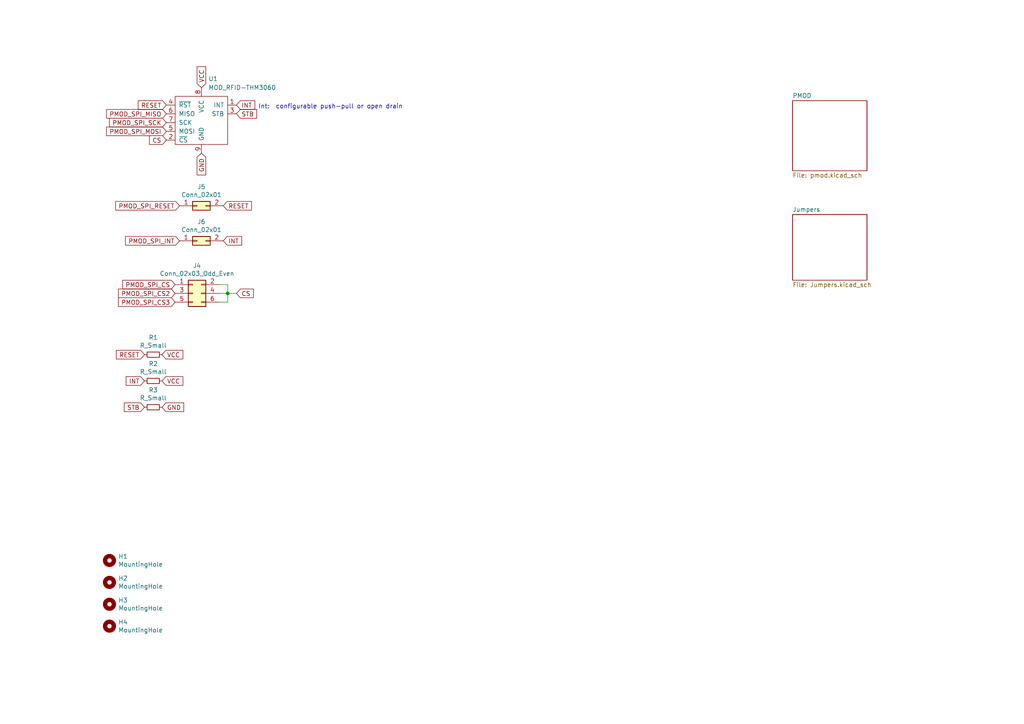
<source format=kicad_sch>
(kicad_sch (version 20211123) (generator eeschema)
  (paper "A4")
  (lib_symbols
    (symbol "AvS_Modules:MOD_RFID-THM3060" (pin_names (offset 1.016))
      (property "Reference" "U" (at -6.35 -8.89 0))
      (property "Value" "MOD_RFID-THM3060" (at 10.16 -8.89 0))
      (symbol "MOD_RFID-THM3060_1_1"
        (rectangle (start -7.62 6.35) (end 7.62 -7.62))
        (pin output line (at 10.16 3.81 180) (length 2.54) (name "INT") (number "1"))
        (pin input line (at -10.16 -6.35 0) (length 2.54) (name "~{CS}") (number "2"))
        (pin power_in line (at 10.16 1.27 180) (length 2.54) (name "STB") (number "3"))
        (pin input line (at -10.16 3.81 0) (length 2.54) (name "~{RST}") (number "4"))
        (pin input line (at -10.16 -3.81 0) (length 2.54) (name "MOSI") (number "5"))
        (pin output line (at -10.16 1.27 0) (length 2.54) (name "MISO") (number "6"))
        (pin input line (at -10.16 -1.27 0) (length 2.54) (name "SCK") (number "7"))
        (pin power_in line (at 0 8.89 270) (length 2.54) (name "VCC") (number "8"))
        (pin power_in line (at 0 -10.16 90) (length 2.54) (name "GND") (number "9"))
      )
    )
    (symbol "Connector_Generic:Conn_02x01" (pin_names (offset 1.016) hide)
      (property "Reference" "J" (at 1.27 2.54 0))
      (property "Value" "Conn_02x01" (at 1.27 -2.54 0))
      (symbol "Conn_02x01_1_1"
        (rectangle (start -1.27 0.127) (end 0 -0.127) (stroke (width 0.1524)))
        (rectangle (start -1.27 1.27) (end 3.81 -1.27) (stroke (width 0.254)) (fill (type background)))
        (rectangle (start 3.81 0.127) (end 2.54 -0.127) (stroke (width 0.1524)))
        (pin passive line (at -5.08 0 0) (length 3.81) (name "Pin_1") (number "1"))
        (pin passive line (at 7.62 0 180) (length 3.81) (name "Pin_2") (number "2"))
      )
    )
    (symbol "Connector_Generic:Conn_02x03_Odd_Even" (pin_names (offset 1.016) hide)
      (property "Reference" "J" (at 1.27 5.08 0))
      (property "Value" "Conn_02x03_Odd_Even" (at 1.27 -5.08 0))
      (symbol "Conn_02x03_Odd_Even_1_1"
        (rectangle (start -1.27 -2.413) (end 0 -2.667) (stroke (width 0.1524)))
        (rectangle (start -1.27 0.127) (end 0 -0.127) (stroke (width 0.1524)))
        (rectangle (start -1.27 2.667) (end 0 2.413) (stroke (width 0.1524)))
        (rectangle (start -1.27 3.81) (end 3.81 -3.81) (stroke (width 0.254)) (fill (type background)))
        (rectangle (start 3.81 -2.413) (end 2.54 -2.667) (stroke (width 0.1524)))
        (rectangle (start 3.81 0.127) (end 2.54 -0.127) (stroke (width 0.1524)))
        (rectangle (start 3.81 2.667) (end 2.54 2.413) (stroke (width 0.1524)))
        (pin passive line (at -5.08 2.54 0) (length 3.81) (name "Pin_1") (number "1"))
        (pin passive line (at 7.62 2.54 180) (length 3.81) (name "Pin_2") (number "2"))
        (pin passive line (at -5.08 0 0) (length 3.81) (name "Pin_3") (number "3"))
        (pin passive line (at 7.62 0 180) (length 3.81) (name "Pin_4") (number "4"))
        (pin passive line (at -5.08 -2.54 0) (length 3.81) (name "Pin_5") (number "5"))
        (pin passive line (at 7.62 -2.54 180) (length 3.81) (name "Pin_6") (number "6"))
      )
    )
    (symbol "Device:R_Small" (pin_numbers hide) (pin_names (offset 0.254) hide)
      (property "Reference" "R" (at 0.762 0.508 0))
      (property "Value" "R_Small" (at 0.762 -1.016 0))
      (symbol "R_Small_0_1"
        (rectangle (start -0.762 1.778) (end 0.762 -1.778) (stroke (width 0.2032)))
      )
      (symbol "R_Small_1_1"
        (pin passive line (at 0 2.54 270) (length 0.762) (name "~") (number "1"))
        (pin passive line (at 0 -2.54 90) (length 0.762) (name "~") (number "2"))
      )
    )
    (symbol "Mechanical:MountingHole" (pin_names (offset 1.016))
      (property "Reference" "H" (at 0 5.08 0))
      (property "Value" "MountingHole" (at 0 3.175 0))
      (symbol "MountingHole_0_1"
        (circle (center 0 0) (radius 1.27) (stroke (width 1.27)))
      )
    )
  )
  (junction (at 66.04 85.09))
  (wire (pts (xy 63.5 82.55) (xy 66.04 82.55)))
  (wire (pts (xy 63.5 87.63) (xy 66.04 87.63)))
  (wire (pts (xy 66.04 87.63) (xy 66.04 85.09)))
  (wire (pts (xy 66.04 85.09) (xy 68.58 85.09)))
  (wire (pts (xy 66.04 82.55) (xy 66.04 85.09)))
  (wire (pts (xy 66.04 85.09) (xy 63.5 85.09)))
  (text "Int:  configurable push-pull or open drain" (at 74.93 31.75 0) (effects (font (size 1.27 1.27)) (justify left bottom)))
  (global_label "PMOD_SPI_MOSI" (shape input) (at 48.26 38.1 180) (property "Intersheet-verwijzingen" "${INTERSHEET_REFS}" (effects hide)))
  (global_label "CS" (shape input) (at 68.58 85.09 0) (property "Intersheet-verwijzingen" "${INTERSHEET_REFS}" (effects hide)))
  (global_label "VCC" (shape input) (at 46.99 102.87 0) (property "Intersheet-verwijzingen" "${INTERSHEET_REFS}" (effects hide)))
  (global_label "VCC" (shape input) (at 46.99 110.49 0) (property "Intersheet-verwijzingen" "${INTERSHEET_REFS}" (effects hide)))
  (global_label "GND" (shape input) (at 46.99 118.11 0) (property "Intersheet-verwijzingen" "${INTERSHEET_REFS}" (effects hide)))
  (global_label "INT" (shape input) (at 41.91 110.49 180) (property "Intersheet-verwijzingen" "${INTERSHEET_REFS}" (effects hide)))
  (global_label "INT" (shape input) (at 68.58 30.48 0) (property "Intersheet-verwijzingen" "${INTERSHEET_REFS}" (effects hide)))
  (global_label "RESET" (shape input) (at 64.77 59.69 0) (property "Intersheet-verwijzingen" "${INTERSHEET_REFS}" (effects hide)))
  (global_label "STB" (shape input) (at 41.91 118.11 180) (property "Intersheet-verwijzingen" "${INTERSHEET_REFS}" (effects hide)))
  (global_label "STB" (shape input) (at 68.58 33.02 0) (property "Intersheet-verwijzingen" "${INTERSHEET_REFS}" (effects hide)))
  (global_label "PMOD_SPI_CS2" (shape input) (at 50.8 85.09 180) (property "Intersheet-verwijzingen" "${INTERSHEET_REFS}" (effects hide)))
  (global_label "CS" (shape input) (at 48.26 40.64 180) (property "Intersheet-verwijzingen" "${INTERSHEET_REFS}" (effects hide)))
  (global_label "PMOD_SPI_CS" (shape input) (at 50.8 82.55 180) (property "Intersheet-verwijzingen" "${INTERSHEET_REFS}" (effects hide)))
  (global_label "GND" (shape input) (at 58.42 44.45 270) (property "Intersheet-verwijzingen" "${INTERSHEET_REFS}" (effects hide)))
  (global_label "PMOD_SPI_CS3" (shape input) (at 50.8 87.63 180) (property "Intersheet-verwijzingen" "${INTERSHEET_REFS}" (effects hide)))
  (global_label "PMOD_SPI_MISO" (shape input) (at 48.26 33.02 180) (property "Intersheet-verwijzingen" "${INTERSHEET_REFS}" (effects hide)))
  (global_label "RESET" (shape input) (at 48.26 30.48 180) (property "Intersheet-verwijzingen" "${INTERSHEET_REFS}" (effects hide)))
  (global_label "INT" (shape input) (at 64.77 69.85 0) (property "Intersheet-verwijzingen" "${INTERSHEET_REFS}" (effects hide)))
  (global_label "PMOD_SPI_SCK" (shape input) (at 48.26 35.56 180) (property "Intersheet-verwijzingen" "${INTERSHEET_REFS}" (effects hide)))
  (global_label "VCC" (shape input) (at 58.42 25.4 90) (property "Intersheet-verwijzingen" "${INTERSHEET_REFS}" (effects hide)))
  (global_label "RESET" (shape input) (at 41.91 102.87 180) (property "Intersheet-verwijzingen" "${INTERSHEET_REFS}" (effects hide)))
  (global_label "PMOD_SPI_RESET" (shape input) (at 52.07 59.69 180) (property "Intersheet-verwijzingen" "${INTERSHEET_REFS}" (effects hide)))
  (global_label "PMOD_SPI_INT" (shape input) (at 52.07 69.85 180) (property "Intersheet-verwijzingen" "${INTERSHEET_REFS}" (effects hide)))
  (symbol (lib_id "Mechanical:MountingHole") (at 31.75 181.61 0) (unit 1)
    (property "Reference" "H4" (at 34.29 180.4416 0) (effects (justify left)))
    (property "Value" "MountingHole" (at 34.29 182.753 0) (effects (justify left)))
    (property "Footprint" "MountingHole:MountingHole_3.2mm_M3_Pad_Via" (effects hide))
  )
  (symbol (lib_id "Mechanical:MountingHole") (at 31.75 175.26 0) (unit 1)
    (property "Reference" "H3" (at 34.29 174.0916 0) (effects (justify left)))
    (property "Value" "MountingHole" (at 34.29 176.403 0) (effects (justify left)))
    (property "Footprint" "MountingHole:MountingHole_3.2mm_M3_Pad_Via" (effects hide))
  )
  (symbol (lib_id "Mechanical:MountingHole") (at 31.75 168.91 0) (unit 1)
    (property "Reference" "H2" (at 34.29 167.7416 0) (effects (justify left)))
    (property "Value" "MountingHole" (at 34.29 170.053 0) (effects (justify left)))
    (property "Footprint" "MountingHole:MountingHole_3.2mm_M3_Pad_Via" (effects hide))
  )
  (symbol (lib_id "Mechanical:MountingHole") (at 31.75 162.56 0) (unit 1)
    (property "Reference" "H1" (at 34.29 161.3916 0) (effects (justify left)))
    (property "Value" "MountingHole" (at 34.29 163.703 0) (effects (justify left)))
    (property "Footprint" "MountingHole:MountingHole_3.2mm_M3_Pad_Via" (effects hide))
  )
  (symbol (lib_id "Device:R_Small") (at 44.45 102.87 270) (unit 1)
    (property "Reference" "R1" (at 44.45 97.8916 90))
    (property "Value" "R_Small" (at 44.45 100.203 90))
    (property "Footprint" "Resistor_THT:R_Axial_DIN0207_L6.3mm_D2.5mm_P10.16mm_Horizontal" (effects hide))
  )
  (symbol (lib_id "Device:R_Small") (at 44.45 110.49 270) (unit 1)
    (property "Reference" "R2" (at 44.45 105.5116 90))
    (property "Value" "R_Small" (at 44.45 107.823 90))
    (property "Footprint" "Resistor_THT:R_Axial_DIN0207_L6.3mm_D2.5mm_P10.16mm_Horizontal" (effects hide))
  )
  (symbol (lib_id "Connector_Generic:Conn_02x01") (at 57.15 59.69 0) (unit 1)
    (property "Reference" "J5" (at 58.42 54.1782 0))
    (property "Value" "Conn_02x01" (at 58.42 56.4896 0))
    (property "Footprint" "Connector_PinHeader_2.54mm:PinHeader_1x02_P2.54mm_Vertical" (effects hide))
  )
  (symbol (lib_id "Device:R_Small") (at 44.45 118.11 270) (unit 1)
    (property "Reference" "R3" (at 44.45 113.1316 90))
    (property "Value" "R_Small" (at 44.45 115.443 90))
    (property "Footprint" "Resistor_THT:R_Axial_DIN0207_L6.3mm_D2.5mm_P10.16mm_Horizontal" (effects hide))
  )
  (symbol (lib_id "AvS_Modules:MOD_RFID-THM3060") (at 58.42 34.29 0) (unit 1)
    (property "Reference" "U1" (at 60.4394 22.86 0) (effects (justify left)))
    (property "Value" "MOD_RFID-THM3060" (at 60.4394 25.4 0) (effects (justify left)))
    (property "Footprint" "AvS_Modules:MOD_RFID-THM3060_STRAIGHT_UP" (effects hide))
  )
  (symbol (lib_id "Connector_Generic:Conn_02x03_Odd_Even") (at 55.88 85.09 0) (unit 1)
    (property "Reference" "J4" (at 57.15 77.0382 0))
    (property "Value" "Conn_02x03_Odd_Even" (at 57.15 79.3496 0))
    (property "Footprint" "Connector_PinHeader_2.54mm:PinHeader_2x03_P2.54mm_Vertical" (effects hide))
  )
  (symbol (lib_id "Connector_Generic:Conn_02x01") (at 57.15 69.85 0) (unit 1)
    (property "Reference" "J6" (at 58.42 64.3382 0))
    (property "Value" "Conn_02x01" (at 58.42 66.6496 0))
    (property "Footprint" "Connector_PinHeader_2.54mm:PinHeader_1x02_P2.54mm_Vertical" (effects hide))
  )
  (sheet (at 229.87 29.21) (size 21.59 20.32)
    (property "Sheet name" "PMOD" (at 229.87 28.4984 0) (effects (justify left bottom)))
    (property "Sheet file" "pmod.kicad_sch" (at 229.87 50.1146 0) (effects (justify left top)))
  )
  (sheet (at 229.87 62.23) (size 21.59 19.05)
    (property "Sheet name" "Jumpers" (at 229.87 61.5184 0) (effects (justify left bottom)))
    (property "Sheet file" "Jumpers.kicad_sch" (at 229.87 81.8646 0) (effects (justify left top)))
  )
)
</source>
